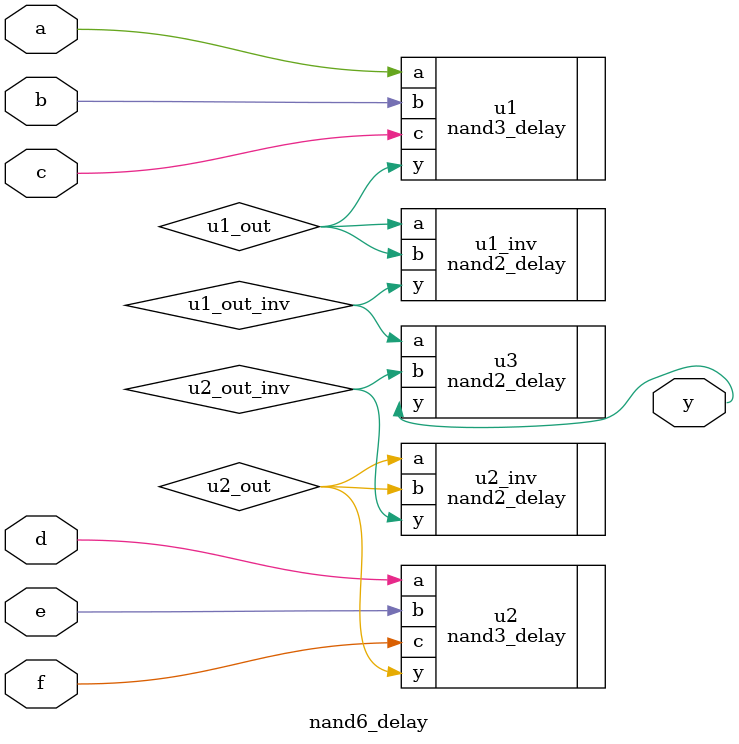
<source format=sv>
`timescale 1ns / 1ps

module nand6_delay ( 
    input  logic a, b, c, d, e, f,
    output logic y
);

    logic u1_out, u1_out_inv;
    logic u2_out, u2_out_inv;

   
    nand3_delay u1 (.a(a), .b(b), .c(c), .y(u1_out));
    nand2_delay u1_inv (.a(u1_out), .b(u1_out), .y(u1_out_inv));

    
    nand3_delay u2 (.a(d), .b(e), .c(f), .y(u2_out));
    nand2_delay u2_inv (.a(u2_out), .b(u2_out), .y(u2_out_inv));

    
    nand2_delay u3 (.a(u1_out_inv), .b(u2_out_inv), .y(y));

endmodule

</source>
